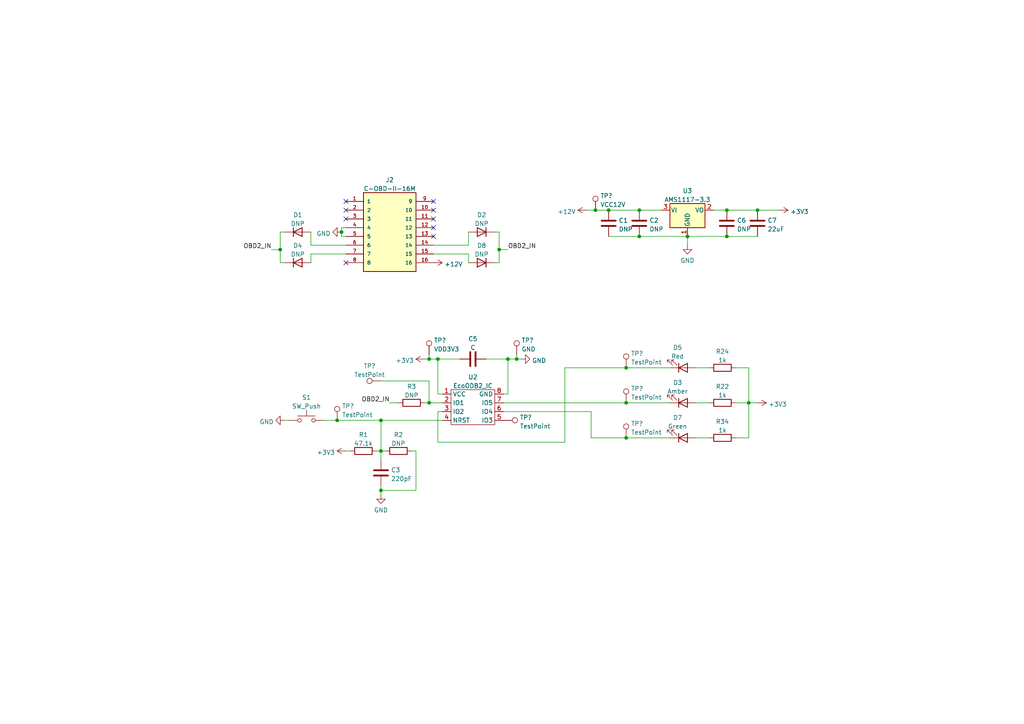
<source format=kicad_sch>
(kicad_sch (version 20211123) (generator eeschema)
  (paper "A4")
  (title_block (title "XTY-Nitro-V1.0"))
  (lib_symbols
    (symbol "C-OBD-II-16M:C-OBD-II-16M" (pin_names (offset 1.016))
      (property "Reference" "J" (at -7.62 11.43 0))
      (property "Value" "C-OBD-II-16M" (at -7.62 -13.97 0))
      (symbol "C-OBD-II-16M_0_0"
        (rectangle (start -7.62 -12.7) (end 7.62 10.16) (stroke (width 0.254)) (fill (type background)))
        (pin passive line (at -12.7 7.62 0) (length 5.08) (name "1") (number "1"))
        (pin passive line (at 12.7 5.08 180) (length 5.08) (name "10") (number "10"))
        (pin passive line (at 12.7 2.54 180) (length 5.08) (name "11") (number "11"))
        (pin passive line (at 12.7 0 180) (length 5.08) (name "12") (number "12"))
        (pin passive line (at 12.7 -2.54 180) (length 5.08) (name "13") (number "13"))
        (pin passive line (at 12.7 -5.08 180) (length 5.08) (name "14") (number "14"))
        (pin passive line (at 12.7 -7.62 180) (length 5.08) (name "15") (number "15"))
        (pin passive line (at 12.7 -10.16 180) (length 5.08) (name "16") (number "16"))
        (pin passive line (at -12.7 5.08 0) (length 5.08) (name "2") (number "2"))
        (pin passive line (at -12.7 2.54 0) (length 5.08) (name "3") (number "3"))
        (pin passive line (at -12.7 0 0) (length 5.08) (name "4") (number "4"))
        (pin passive line (at -12.7 -2.54 0) (length 5.08) (name "5") (number "5"))
        (pin passive line (at -12.7 -5.08 0) (length 5.08) (name "6") (number "6"))
        (pin passive line (at -12.7 -7.62 0) (length 5.08) (name "7") (number "7"))
        (pin passive line (at -12.7 -10.16 0) (length 5.08) (name "8") (number "8"))
        (pin passive line (at 12.7 7.62 180) (length 5.08) (name "9") (number "9"))
      )
    )
    (symbol "Connector:TestPoint" (pin_numbers hide) (pin_names (offset 0.762) hide)
      (property "Reference" "TP" (at 0 6.858 0))
      (property "Value" "TestPoint" (at 0 5.08 0))
      (symbol "TestPoint_0_1"
        (circle (center 0 3.302) (radius 0.762))
      )
      (symbol "TestPoint_1_1"
        (pin passive line (at 0 0 90) (length 2.54) (name "1") (number "1"))
      )
    )
    (symbol "Device:C" (pin_numbers hide) (pin_names (offset 0.254))
      (property "Reference" "C" (at 0.635 2.54 0))
      (property "Value" "C" (at 0.635 -2.54 0))
      (symbol "C_0_1"
        (polyline (pts (xy -2.032 -0.762) (xy 2.032 -0.762)) (stroke (width 0.508)))
        (polyline (pts (xy -2.032 0.762) (xy 2.032 0.762)) (stroke (width 0.508)))
      )
      (symbol "C_1_1"
        (pin passive line (at 0 3.81 270) (length 2.794) (name "~") (number "1"))
        (pin passive line (at 0 -3.81 90) (length 2.794) (name "~") (number "2"))
      )
    )
    (symbol "Device:D" (pin_numbers hide) (pin_names (offset 1.016) hide)
      (property "Reference" "D" (at 0 2.54 0))
      (property "Value" "D" (at 0 -2.54 0))
      (symbol "D_0_1"
        (polyline (pts (xy -1.27 1.27) (xy -1.27 -1.27)) (stroke (width 0.254)))
        (polyline (pts (xy 1.27 0) (xy -1.27 0)))
        (polyline (pts (xy 1.27 1.27) (xy 1.27 -1.27) (xy -1.27 0) (xy 1.27 1.27)) (stroke (width 0.254)))
      )
      (symbol "D_1_1"
        (pin passive line (at -3.81 0 0) (length 2.54) (name "K") (number "1"))
        (pin passive line (at 3.81 0 180) (length 2.54) (name "A") (number "2"))
      )
    )
    (symbol "Device:LED" (pin_numbers hide) (pin_names (offset 1.016) hide)
      (property "Reference" "D" (at 0 2.54 0))
      (property "Value" "LED" (at 0 -2.54 0))
      (symbol "LED_0_1"
        (polyline (pts (xy -1.27 -1.27) (xy -1.27 1.27)) (stroke (width 0.254)))
        (polyline (pts (xy -1.27 0) (xy 1.27 0)))
        (polyline (pts (xy 1.27 -1.27) (xy 1.27 1.27) (xy -1.27 0) (xy 1.27 -1.27)) (stroke (width 0.254)))
        (polyline (pts (xy -3.048 -0.762) (xy -4.572 -2.286) (xy -3.81 -2.286) (xy -4.572 -2.286) (xy -4.572 -1.524)))
        (polyline (pts (xy -1.778 -0.762) (xy -3.302 -2.286) (xy -2.54 -2.286) (xy -3.302 -2.286) (xy -3.302 -1.524)))
      )
      (symbol "LED_1_1"
        (pin passive line (at -3.81 0 0) (length 2.54) (name "K") (number "1"))
        (pin passive line (at 3.81 0 180) (length 2.54) (name "A") (number "2"))
      )
    )
    (symbol "Device:R" (pin_numbers hide) (pin_names (offset 0))
      (property "Reference" "R" (at 2.032 0 90))
      (property "Value" "R" (at 0 0 90))
      (symbol "R_0_1"
        (rectangle (start -1.016 -2.54) (end 1.016 2.54) (stroke (width 0.254)))
      )
      (symbol "R_1_1"
        (pin passive line (at 0 3.81 270) (length 1.27) (name "~") (number "1"))
        (pin passive line (at 0 -3.81 90) (length 1.27) (name "~") (number "2"))
      )
    )
    (symbol "Regulator_Linear:AMS1117-3.3" (pin_names (offset 0.254))
      (property "Reference" "U" (at -3.81 3.175 0))
      (property "Value" "AMS1117-3.3" (at 0 3.175 0))
      (symbol "AMS1117-3.3_0_1"
        (rectangle (start -5.08 -5.08) (end 5.08 1.905) (stroke (width 0.254)) (fill (type background)))
      )
      (symbol "AMS1117-3.3_1_1"
        (pin power_in line (at 0 -7.62 90) (length 2.54) (name "GND") (number "1"))
        (pin power_out line (at 7.62 0 180) (length 2.54) (name "VO") (number "2"))
        (pin power_in line (at -7.62 0 0) (length 2.54) (name "VI") (number "3"))
      )
    )
    (symbol "Switch:SW_Push" (pin_numbers hide) (pin_names (offset 1.016) hide)
      (property "Reference" "SW" (at 1.27 2.54 0))
      (property "Value" "SW_Push" (at 0 -1.524 0))
      (symbol "SW_Push_0_1"
        (circle (center -2.032 0) (radius 0.508))
        (polyline (pts (xy 0 1.27) (xy 0 3.048)))
        (polyline (pts (xy 2.54 1.27) (xy -2.54 1.27)))
        (circle (center 2.032 0) (radius 0.508))
        (pin passive line (at -5.08 0 0) (length 2.54) (name "1") (number "1"))
        (pin passive line (at 5.08 0 180) (length 2.54) (name "2") (number "2"))
      )
    )
    (symbol "misc_ics:EcoODB2_IC"
      (property "Reference" "U" (at 0 8.89 0))
      (property "Value" "EcoODB2_IC" (at 0 6.35 0))
      (symbol "EcoODB2_IC_0_1"
        (rectangle (start -6.35 5.08) (end 6.35 -5.08) (stroke (width 0.1524)))
      )
      (symbol "EcoODB2_IC_1_1"
        (pin power_in line (at -8.89 3.81 0) (length 2.54) (name "VCC") (number "1"))
        (pin bidirectional line (at -8.89 1.27 0) (length 2.54) (name "IO1") (number "2"))
        (pin bidirectional line (at -8.89 -1.27 0) (length 2.54) (name "IO2") (number "3"))
        (pin input line (at -8.89 -3.81 0) (length 2.54) (name "NRST") (number "4"))
        (pin bidirectional line (at 8.89 -3.81 180) (length 2.54) (name "IO3") (number "5"))
        (pin bidirectional line (at 8.89 -1.27 180) (length 2.54) (name "IO4") (number "6"))
        (pin bidirectional line (at 8.89 1.27 180) (length 2.54) (name "IO5") (number "7"))
        (pin power_in line (at 8.89 3.81 180) (length 2.54) (name "GND") (number "8"))
      )
    )
    (symbol "power:+12V" (power) (pin_names (offset 0))
      (property "Value" "+12V" (at 0 3.556 0))
      (symbol "+12V_0_1"
        (polyline (pts (xy -0.762 1.27) (xy 0 2.54)))
        (polyline (pts (xy 0 0) (xy 0 2.54)))
        (polyline (pts (xy 0 2.54) (xy 0.762 1.27)))
      )
      (symbol "+12V_1_1"
        (pin power_in line (at 0 0 90) (length 0) hide (name "+12V") (number "1"))
      )
    )
    (symbol "power:+3.3V" (power) (pin_names (offset 0))
      (property "Value" "+3.3V" (at 0 3.556 0))
      (symbol "+3.3V_0_1"
        (polyline (pts (xy -0.762 1.27) (xy 0 2.54)))
        (polyline (pts (xy 0 0) (xy 0 2.54)))
        (polyline (pts (xy 0 2.54) (xy 0.762 1.27)))
      )
      (symbol "+3.3V_1_1"
        (pin power_in line (at 0 0 90) (length 0) hide (name "+3V3") (number "1"))
      )
    )
    (symbol "power:GND" (power) (pin_names (offset 0))
      (property "Value" "GND" (at 0 -3.81 0))
      (symbol "GND_0_1"
        (polyline (pts (xy 0 0) (xy 0 -1.27) (xy 1.27 -1.27) (xy 0 -2.54) (xy -1.27 -1.27) (xy 0 -1.27)))
      )
      (symbol "GND_1_1"
        (pin power_in line (at 0 0 270) (length 0) hide (name "GND") (number "1"))
      )
    )
  )
  (junction (at 181.61 116.84))
  (junction (at 199.39 68.58))
  (junction (at 185.42 68.58))
  (junction (at 81.28 72.39))
  (junction (at 181.61 106.68))
  (junction (at 149.86 104.14))
  (junction (at 172.72 60.96))
  (junction (at 147.32 104.14))
  (junction (at 185.42 60.96))
  (junction (at 99.06 67.31))
  (junction (at 110.49 142.24))
  (junction (at 210.82 68.58))
  (junction (at 110.49 130.81))
  (junction (at 97.79 121.92))
  (junction (at 217.17 116.84))
  (junction (at 144.78 72.39))
  (junction (at 124.46 104.14))
  (junction (at 110.49 121.92))
  (junction (at 210.82 60.96))
  (junction (at 176.53 60.96))
  (junction (at 127 104.14))
  (junction (at 219.71 60.96))
  (junction (at 181.61 127))
  (junction (at 124.46 116.84))
  (no_connect (at 125.73 66.04))
  (no_connect (at 125.73 68.58))
  (no_connect (at 100.33 76.2))
  (no_connect (at 125.73 63.5))
  (no_connect (at 125.73 60.96))
  (no_connect (at 125.73 58.42))
  (no_connect (at 100.33 60.96))
  (no_connect (at 100.33 58.42))
  (no_connect (at 100.33 63.5))
  (wire (pts (xy 147.32 104.14) (xy 149.86 104.14)))
  (wire (pts (xy 81.28 76.2) (xy 82.55 76.2)))
  (wire (pts (xy 99.06 68.58) (xy 99.06 67.31)))
  (wire (pts (xy 135.89 67.31) (xy 135.89 71.12)))
  (wire (pts (xy 181.61 116.84) (xy 194.31 116.84)))
  (wire (pts (xy 205.74 127) (xy 201.93 127)))
  (wire (pts (xy 213.36 106.68) (xy 217.17 106.68)))
  (wire (pts (xy 181.61 127) (xy 194.31 127)))
  (wire (pts (xy 144.78 76.2) (xy 143.51 76.2)))
  (wire (pts (xy 219.71 60.96) (xy 226.06 60.96)))
  (wire (pts (xy 140.97 104.14) (xy 147.32 104.14)))
  (wire (pts (xy 127 114.3) (xy 128.27 114.3)))
  (wire (pts (xy 207.01 60.96) (xy 210.82 60.96)))
  (wire (pts (xy 124.46 102.87) (xy 124.46 104.14)))
  (wire (pts (xy 219.71 116.84) (xy 217.17 116.84)))
  (wire (pts (xy 100.33 130.81) (xy 101.6 130.81)))
  (wire (pts (xy 123.19 104.14) (xy 124.46 104.14)))
  (wire (pts (xy 170.18 60.96) (xy 172.72 60.96)))
  (wire (pts (xy 81.28 67.31) (xy 81.28 72.39)))
  (wire (pts (xy 110.49 130.81) (xy 110.49 133.35)))
  (wire (pts (xy 217.17 127) (xy 213.36 127)))
  (wire (pts (xy 127 104.14) (xy 127 114.3)))
  (wire (pts (xy 110.49 142.24) (xy 110.49 143.51)))
  (wire (pts (xy 100.33 68.58) (xy 99.06 68.58)))
  (wire (pts (xy 99.06 66.04) (xy 100.33 66.04)))
  (wire (pts (xy 144.78 67.31) (xy 144.78 72.39)))
  (wire (pts (xy 124.46 116.84) (xy 128.27 116.84)))
  (wire (pts (xy 97.79 121.92) (xy 110.49 121.92)))
  (wire (pts (xy 217.17 116.84) (xy 213.36 116.84)))
  (wire (pts (xy 135.89 71.12) (xy 125.73 71.12)))
  (wire (pts (xy 217.17 106.68) (xy 217.17 116.84)))
  (wire (pts (xy 81.28 72.39) (xy 81.28 76.2)))
  (wire (pts (xy 133.35 104.14) (xy 127 104.14)))
  (wire (pts (xy 110.49 121.92) (xy 128.27 121.92)))
  (wire (pts (xy 82.55 67.31) (xy 81.28 67.31)))
  (wire (pts (xy 90.17 67.31) (xy 90.17 71.12)))
  (wire (pts (xy 176.53 60.96) (xy 185.42 60.96)))
  (wire (pts (xy 163.83 106.68) (xy 163.83 128.27)))
  (wire (pts (xy 181.61 106.68) (xy 194.31 106.68)))
  (wire (pts (xy 149.86 102.87) (xy 149.86 104.14)))
  (wire (pts (xy 146.05 116.84) (xy 181.61 116.84)))
  (wire (pts (xy 90.17 73.66) (xy 100.33 73.66)))
  (wire (pts (xy 146.05 119.38) (xy 171.45 119.38)))
  (wire (pts (xy 110.49 121.92) (xy 110.49 130.81)))
  (wire (pts (xy 127 128.27) (xy 127 119.38)))
  (wire (pts (xy 163.83 128.27) (xy 127 128.27)))
  (wire (pts (xy 135.89 76.2) (xy 135.89 73.66)))
  (wire (pts (xy 171.45 119.38) (xy 171.45 127)))
  (wire (pts (xy 120.65 142.24) (xy 110.49 142.24)))
  (wire (pts (xy 185.42 60.96) (xy 191.77 60.96)))
  (wire (pts (xy 135.89 73.66) (xy 125.73 73.66)))
  (wire (pts (xy 210.82 68.58) (xy 219.71 68.58)))
  (wire (pts (xy 90.17 76.2) (xy 90.17 73.66)))
  (wire (pts (xy 99.06 67.31) (xy 99.06 66.04)))
  (wire (pts (xy 217.17 116.84) (xy 217.17 127)))
  (wire (pts (xy 109.22 130.81) (xy 110.49 130.81)))
  (wire (pts (xy 181.61 106.68) (xy 163.83 106.68)))
  (wire (pts (xy 185.42 68.58) (xy 199.39 68.58)))
  (wire (pts (xy 90.17 71.12) (xy 100.33 71.12)))
  (wire (pts (xy 78.74 72.39) (xy 81.28 72.39)))
  (wire (pts (xy 176.53 68.58) (xy 185.42 68.58)))
  (wire (pts (xy 82.55 121.92) (xy 83.82 121.92)))
  (wire (pts (xy 120.65 130.81) (xy 120.65 142.24)))
  (wire (pts (xy 144.78 72.39) (xy 144.78 76.2)))
  (wire (pts (xy 113.03 116.84) (xy 115.57 116.84)))
  (wire (pts (xy 147.32 114.3) (xy 146.05 114.3)))
  (wire (pts (xy 110.49 110.49) (xy 124.46 110.49)))
  (wire (pts (xy 205.74 106.68) (xy 201.93 106.68)))
  (wire (pts (xy 199.39 68.58) (xy 210.82 68.58)))
  (wire (pts (xy 119.38 130.81) (xy 120.65 130.81)))
  (wire (pts (xy 127 119.38) (xy 128.27 119.38)))
  (wire (pts (xy 110.49 140.97) (xy 110.49 142.24)))
  (wire (pts (xy 149.86 104.14) (xy 151.13 104.14)))
  (wire (pts (xy 171.45 127) (xy 181.61 127)))
  (wire (pts (xy 205.74 116.84) (xy 201.93 116.84)))
  (wire (pts (xy 110.49 130.81) (xy 111.76 130.81)))
  (wire (pts (xy 144.78 72.39) (xy 147.32 72.39)))
  (wire (pts (xy 147.32 104.14) (xy 147.32 114.3)))
  (wire (pts (xy 143.51 67.31) (xy 144.78 67.31)))
  (wire (pts (xy 199.39 68.58) (xy 199.39 71.12)))
  (wire (pts (xy 124.46 110.49) (xy 124.46 116.84)))
  (wire (pts (xy 123.19 116.84) (xy 124.46 116.84)))
  (wire (pts (xy 210.82 60.96) (xy 219.71 60.96)))
  (wire (pts (xy 172.72 60.96) (xy 176.53 60.96)))
  (wire (pts (xy 93.98 121.92) (xy 97.79 121.92)))
  (wire (pts (xy 124.46 104.14) (xy 127 104.14)))
  (label "OBD2_IN" (at 113.03 116.84 180))
  (label "OBD2_IN" (at 78.74 72.39 180))
  (label "OBD2_IN" (at 147.32 72.39 0))
  (symbol (lib_id "Regulator_Linear:AMS1117-3.3") (at 199.39 60.96 0) (unit 1)
    (property "Reference" "U3" (at 199.39 55.3552 0))
    (property "Value" "AMS1117-3.3" (at 199.39 57.8921 0))
    (property "Footprint" "Package_TO_SOT_SMD:SOT-223-3_TabPin2" (effects hide))
    (property "Datasheet" "http://www.advanced-monolithic.com/pdf/ds1117.pdf" (effects hide))
  )
  (symbol (lib_id "Device:C") (at 219.71 64.77 0) (unit 1)
    (property "Reference" "C7" (at 222.631 63.9353 0) (effects (justify left)))
    (property "Value" "22uF" (at 222.631 66.4722 0) (effects (justify left)))
  )
  (symbol (lib_id "Connector:TestPoint") (at 149.86 102.87 0) (unit 1)
    (property "Reference" "TP?" (at 151.257 98.7333 0) (effects (justify left)))
    (property "Value" "GND" (at 151.257 101.2702 0) (effects (justify left)))
  )
  (symbol (lib_id "power:+3.3V") (at 123.19 104.14 90) (unit 1)
    (property "Reference" "#PWR0106" (effects hide))
    (property "Value" "+3.3V" (at 120.015 104.5738 90) (effects (justify left)))
  )
  (symbol (lib_id "Device:D") (at 86.36 67.31 0) (unit 1)
    (property "Reference" "D1" (at 86.36 62.3402 0))
    (property "Value" "DNP" (at 86.36 64.8771 0))
  )
  (symbol (lib_id "power:+12V") (at 125.73 76.2 270) (unit 1)
    (property "Reference" "#PWR0109" (effects hide))
    (property "Value" "+12V" (at 128.905 76.6338 90) (effects (justify left)))
  )
  (symbol (lib_id "Connector:TestPoint") (at 181.61 116.84 0) (unit 1)
    (property "Reference" "TP?" (at 183.007 112.7033 0) (effects (justify left)))
    (property "Value" "TestPoint" (at 183.007 115.2402 0) (effects (justify left)))
  )
  (symbol (lib_id "Device:R") (at 115.57 130.81 90) (unit 1)
    (property "Reference" "R2" (at 115.57 126.0942 90))
    (property "Value" "DNP" (at 115.57 128.6311 90))
  )
  (symbol (lib_id "Connector:TestPoint") (at 146.05 121.92 270) (unit 1)
    (property "Reference" "TP?" (at 150.749 121.0853 90) (effects (justify left)))
    (property "Value" "TestPoint" (at 150.749 123.6222 90) (effects (justify left)))
  )
  (symbol (lib_id "misc_ics:EcoODB2_IC") (at 137.16 118.11 0) (unit 1)
    (property "Reference" "U2" (at 137.16 109.381 0))
    (property "Value" "EcoODB2_IC" (at 137.16 111.9179 0))
  )
  (symbol (lib_id "Device:R") (at 209.55 116.84 270) (mirror x) (unit 1)
    (property "Reference" "R22" (at 209.55 112.1242 90))
    (property "Value" "1k" (at 209.55 114.6611 90))
  )
  (symbol (lib_id "Device:C") (at 110.49 137.16 180) (unit 1)
    (property "Reference" "C3" (at 113.411 136.3253 0) (effects (justify right)))
    (property "Value" "220pF" (at 113.411 138.8622 0) (effects (justify right)))
  )
  (symbol (lib_id "Device:R") (at 119.38 116.84 90) (unit 1)
    (property "Reference" "R3" (at 119.38 112.1242 90))
    (property "Value" "DNP" (at 119.38 114.6611 90))
  )
  (symbol (lib_id "power:+3.3V") (at 219.71 116.84 270) (unit 1)
    (property "Reference" "#PWR0111" (effects hide))
    (property "Value" "+3.3V" (at 222.885 117.2738 90) (effects (justify left)))
  )
  (symbol (lib_id "Connector:TestPoint") (at 124.46 102.87 0) (unit 1)
    (property "Reference" "TP?" (at 125.857 98.7333 0) (effects (justify left)))
    (property "Value" "VDD3V3" (at 125.857 101.2702 0) (effects (justify left)))
  )
  (symbol (lib_id "C-OBD-II-16M:C-OBD-II-16M") (at 113.03 66.04 0) (unit 1)
    (property "Reference" "J2" (at 113.03 52.1802 0))
    (property "Value" "C-OBD-II-16M" (at 113.03 54.7171 0))
    (property "Footprint" "COMTECH_C-OBD-II-16M" (effects hide))
    (property "PARTREV" "A" (effects hide))
    (property "MAXIMUM_PACKAGE_HEIGHT" "18.3mm" (effects hide))
    (property "STANDARD" "Manufacturer Recommendations" (effects hide))
    (property "MANUFACTURER" "Comtech Electronic Co." (effects hide))
  )
  (symbol (lib_id "Connector:TestPoint") (at 181.61 127 0) (unit 1)
    (property "Reference" "TP?" (at 183.007 122.8633 0) (effects (justify left)))
    (property "Value" "TestPoint" (at 183.007 125.4002 0) (effects (justify left)))
  )
  (symbol (lib_id "Device:R") (at 209.55 106.68 270) (mirror x) (unit 1)
    (property "Reference" "R24" (at 209.55 101.9642 90))
    (property "Value" "1k" (at 209.55 104.5011 90))
  )
  (symbol (lib_id "Switch:SW_Push") (at 88.9 121.92 0) (unit 1)
    (property "Reference" "S1" (at 88.9 115.2992 0))
    (property "Value" "SW_Push" (at 88.9 117.8361 0))
  )
  (symbol (lib_id "power:GND") (at 110.49 143.51 0) (unit 1)
    (property "Reference" "#PWR0105" (effects hide))
    (property "Value" "GND" (at 110.49 147.9534 0))
  )
  (symbol (lib_id "Device:LED") (at 198.12 127 0) (mirror x) (unit 1)
    (property "Reference" "D7" (at 196.5325 121.1412 0))
    (property "Value" "Green" (at 196.5325 123.6781 0))
  )
  (symbol (lib_id "Device:D") (at 139.7 67.31 180) (unit 1)
    (property "Reference" "D2" (at 139.7 62.3402 0))
    (property "Value" "DNP" (at 139.7 64.8771 0))
  )
  (symbol (lib_id "power:+3.3V") (at 100.33 130.81 90) (unit 1)
    (property "Reference" "#PWR0108" (effects hide))
    (property "Value" "+3.3V" (at 97.155 131.2438 90) (effects (justify left)))
  )
  (symbol (lib_id "Device:C") (at 137.16 104.14 270) (unit 1)
    (property "Reference" "C5" (at 137.16 98.2812 90))
    (property "Value" "C" (at 137.16 100.8181 90))
  )
  (symbol (lib_id "power:+12V") (at 170.18 60.96 90) (unit 1)
    (property "Reference" "#PWR0102" (effects hide))
    (property "Value" "+12V" (at 167.005 61.3938 90) (effects (justify left)))
  )
  (symbol (lib_id "Connector:TestPoint") (at 97.79 121.92 0) (unit 1)
    (property "Reference" "TP?" (at 99.187 117.7833 0) (effects (justify left)))
    (property "Value" "TestPoint" (at 99.187 120.3202 0) (effects (justify left)))
  )
  (symbol (lib_id "power:GND") (at 99.06 67.31 270) (unit 1)
    (property "Reference" "#PWR0110" (effects hide))
    (property "Value" "GND" (at 95.8851 67.7438 90) (effects (justify right)))
  )
  (symbol (lib_id "Device:C") (at 176.53 64.77 0) (unit 1)
    (property "Reference" "C1" (at 179.451 63.9353 0) (effects (justify left)))
    (property "Value" "DNP" (at 179.451 66.4722 0) (effects (justify left)))
  )
  (symbol (lib_id "Device:LED") (at 198.12 106.68 0) (mirror x) (unit 1)
    (property "Reference" "D5" (at 196.5325 100.8212 0))
    (property "Value" "Red" (at 196.5325 103.3581 0))
  )
  (symbol (lib_id "Device:R") (at 209.55 127 270) (mirror x) (unit 1)
    (property "Reference" "R34" (at 209.55 122.2842 90))
    (property "Value" "1k" (at 209.55 124.8211 90))
  )
  (symbol (lib_id "power:GND") (at 82.55 121.92 270) (unit 1)
    (property "Reference" "#PWR0107" (effects hide))
    (property "Value" "GND" (at 79.3751 122.3538 90) (effects (justify right)))
  )
  (symbol (lib_id "Connector:TestPoint") (at 110.49 110.49 90) (unit 1)
    (property "Reference" "TP?" (at 107.188 106.1552 90))
    (property "Value" "TestPoint" (at 107.188 108.6921 90))
  )
  (symbol (lib_id "power:GND") (at 151.13 104.14 90) (unit 1)
    (property "Reference" "#PWR0101" (effects hide))
    (property "Value" "GND" (at 154.305 104.5738 90) (effects (justify right)))
  )
  (symbol (lib_id "Connector:TestPoint") (at 181.61 106.68 0) (unit 1)
    (property "Reference" "TP?" (at 183.007 102.5433 0) (effects (justify left)))
    (property "Value" "TestPoint" (at 183.007 105.0802 0) (effects (justify left)))
  )
  (symbol (lib_id "Device:D") (at 86.36 76.2 0) (unit 1)
    (property "Reference" "D4" (at 86.36 71.2302 0))
    (property "Value" "DNP" (at 86.36 73.7671 0))
  )
  (symbol (lib_id "Device:D") (at 139.7 76.2 180) (unit 1)
    (property "Reference" "D8" (at 139.7 71.2302 0))
    (property "Value" "DNP" (at 139.7 73.7671 0))
  )
  (symbol (lib_id "Device:C") (at 185.42 64.77 0) (unit 1)
    (property "Reference" "C2" (at 188.341 63.9353 0) (effects (justify left)))
    (property "Value" "DNP" (at 188.341 66.4722 0) (effects (justify left)))
  )
  (symbol (lib_id "power:GND") (at 199.39 71.12 0) (unit 1)
    (property "Reference" "#PWR0103" (effects hide))
    (property "Value" "GND" (at 199.39 75.5634 0))
  )
  (symbol (lib_id "power:+3.3V") (at 226.06 60.96 270) (unit 1)
    (property "Reference" "#PWR0104" (effects hide))
    (property "Value" "+3.3V" (at 229.235 61.3938 90) (effects (justify left)))
  )
  (symbol (lib_id "Device:C") (at 210.82 64.77 0) (unit 1)
    (property "Reference" "C6" (at 213.741 63.9353 0) (effects (justify left)))
    (property "Value" "DNP" (at 213.741 66.4722 0) (effects (justify left)))
  )
  (symbol (lib_id "Connector:TestPoint") (at 172.72 60.96 0) (unit 1)
    (property "Reference" "TP?" (at 174.117 56.8233 0) (effects (justify left)))
    (property "Value" "VCC12V" (at 174.117 59.3602 0) (effects (justify left)))
  )
  (symbol (lib_id "Device:LED") (at 198.12 116.84 0) (mirror x) (unit 1)
    (property "Reference" "D3" (at 196.5325 110.9812 0))
    (property "Value" "Amber" (at 196.5325 113.5181 0))
  )
  (symbol (lib_id "Device:R") (at 105.41 130.81 90) (unit 1)
    (property "Reference" "R1" (at 105.41 126.0942 90))
    (property "Value" "47.1k" (at 105.41 128.6311 90))
  )
)
</source>
